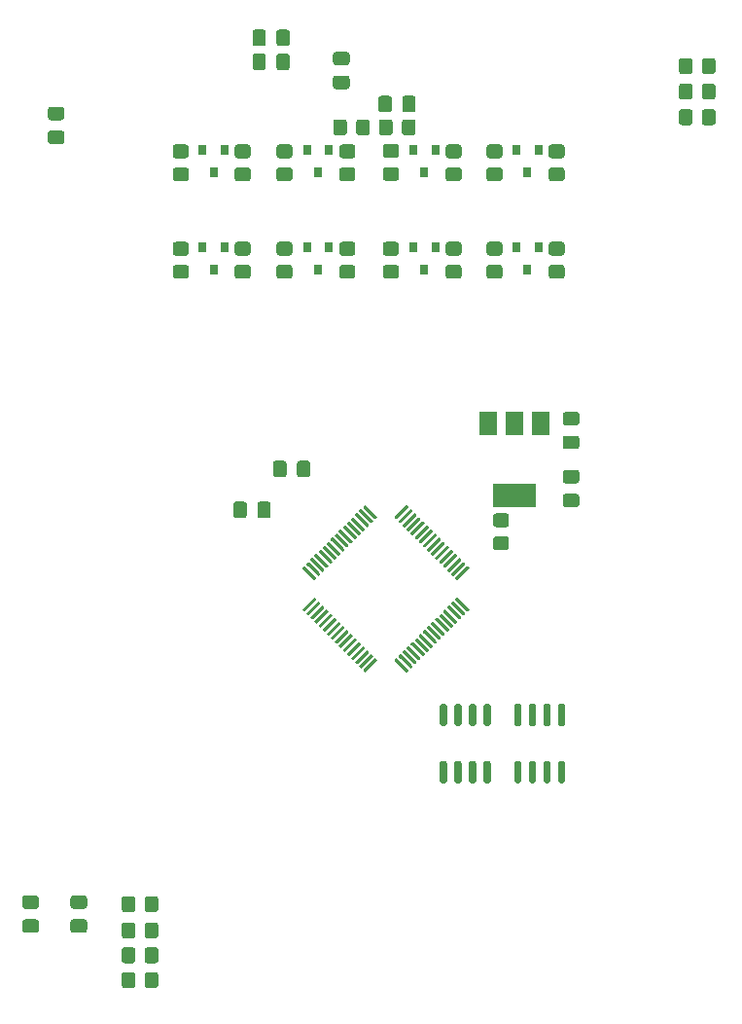
<source format=gbp>
G04 #@! TF.GenerationSoftware,KiCad,Pcbnew,(5.1.10)-1*
G04 #@! TF.CreationDate,2021-09-30T10:00:51+08:00*
G04 #@! TF.ProjectId,internal_mainboard_V2.2,696e7465-726e-4616-9c5f-6d61696e626f,rev?*
G04 #@! TF.SameCoordinates,Original*
G04 #@! TF.FileFunction,Paste,Bot*
G04 #@! TF.FilePolarity,Positive*
%FSLAX46Y46*%
G04 Gerber Fmt 4.6, Leading zero omitted, Abs format (unit mm)*
G04 Created by KiCad (PCBNEW (5.1.10)-1) date 2021-09-30 10:00:51*
%MOMM*%
%LPD*%
G01*
G04 APERTURE LIST*
%ADD10R,0.800000X0.900000*%
%ADD11R,3.800000X2.000000*%
%ADD12R,1.500000X2.000000*%
G04 APERTURE END LIST*
D10*
X219631000Y-53174000D03*
X220581000Y-51174000D03*
X218681000Y-51174000D03*
G36*
G01*
X244544001Y-51924000D02*
X243643999Y-51924000D01*
G75*
G02*
X243394000Y-51674001I0J249999D01*
G01*
X243394000Y-50973999D01*
G75*
G02*
X243643999Y-50724000I249999J0D01*
G01*
X244544001Y-50724000D01*
G75*
G02*
X244794000Y-50973999I0J-249999D01*
G01*
X244794000Y-51674001D01*
G75*
G02*
X244544001Y-51924000I-249999J0D01*
G01*
G37*
G36*
G01*
X244544001Y-53924000D02*
X243643999Y-53924000D01*
G75*
G02*
X243394000Y-53674001I0J249999D01*
G01*
X243394000Y-52973999D01*
G75*
G02*
X243643999Y-52724000I249999J0D01*
G01*
X244544001Y-52724000D01*
G75*
G02*
X244794000Y-52973999I0J-249999D01*
G01*
X244794000Y-53674001D01*
G75*
G02*
X244544001Y-53924000I-249999J0D01*
G01*
G37*
X246967000Y-44703100D03*
X247917000Y-42703100D03*
X246017000Y-42703100D03*
D11*
X245808500Y-72809500D03*
D12*
X245808500Y-66509500D03*
X248108500Y-66509500D03*
X243508500Y-66509500D03*
G36*
G01*
X239499000Y-95861000D02*
X239799000Y-95861000D01*
G75*
G02*
X239949000Y-96011000I0J-150000D01*
G01*
X239949000Y-97661000D01*
G75*
G02*
X239799000Y-97811000I-150000J0D01*
G01*
X239499000Y-97811000D01*
G75*
G02*
X239349000Y-97661000I0J150000D01*
G01*
X239349000Y-96011000D01*
G75*
G02*
X239499000Y-95861000I150000J0D01*
G01*
G37*
G36*
G01*
X240769000Y-95861000D02*
X241069000Y-95861000D01*
G75*
G02*
X241219000Y-96011000I0J-150000D01*
G01*
X241219000Y-97661000D01*
G75*
G02*
X241069000Y-97811000I-150000J0D01*
G01*
X240769000Y-97811000D01*
G75*
G02*
X240619000Y-97661000I0J150000D01*
G01*
X240619000Y-96011000D01*
G75*
G02*
X240769000Y-95861000I150000J0D01*
G01*
G37*
G36*
G01*
X242039000Y-95861000D02*
X242339000Y-95861000D01*
G75*
G02*
X242489000Y-96011000I0J-150000D01*
G01*
X242489000Y-97661000D01*
G75*
G02*
X242339000Y-97811000I-150000J0D01*
G01*
X242039000Y-97811000D01*
G75*
G02*
X241889000Y-97661000I0J150000D01*
G01*
X241889000Y-96011000D01*
G75*
G02*
X242039000Y-95861000I150000J0D01*
G01*
G37*
G36*
G01*
X243309000Y-95861000D02*
X243609000Y-95861000D01*
G75*
G02*
X243759000Y-96011000I0J-150000D01*
G01*
X243759000Y-97661000D01*
G75*
G02*
X243609000Y-97811000I-150000J0D01*
G01*
X243309000Y-97811000D01*
G75*
G02*
X243159000Y-97661000I0J150000D01*
G01*
X243159000Y-96011000D01*
G75*
G02*
X243309000Y-95861000I150000J0D01*
G01*
G37*
G36*
G01*
X243309000Y-90911000D02*
X243609000Y-90911000D01*
G75*
G02*
X243759000Y-91061000I0J-150000D01*
G01*
X243759000Y-92711000D01*
G75*
G02*
X243609000Y-92861000I-150000J0D01*
G01*
X243309000Y-92861000D01*
G75*
G02*
X243159000Y-92711000I0J150000D01*
G01*
X243159000Y-91061000D01*
G75*
G02*
X243309000Y-90911000I150000J0D01*
G01*
G37*
G36*
G01*
X242039000Y-90911000D02*
X242339000Y-90911000D01*
G75*
G02*
X242489000Y-91061000I0J-150000D01*
G01*
X242489000Y-92711000D01*
G75*
G02*
X242339000Y-92861000I-150000J0D01*
G01*
X242039000Y-92861000D01*
G75*
G02*
X241889000Y-92711000I0J150000D01*
G01*
X241889000Y-91061000D01*
G75*
G02*
X242039000Y-90911000I150000J0D01*
G01*
G37*
G36*
G01*
X240769000Y-90911000D02*
X241069000Y-90911000D01*
G75*
G02*
X241219000Y-91061000I0J-150000D01*
G01*
X241219000Y-92711000D01*
G75*
G02*
X241069000Y-92861000I-150000J0D01*
G01*
X240769000Y-92861000D01*
G75*
G02*
X240619000Y-92711000I0J150000D01*
G01*
X240619000Y-91061000D01*
G75*
G02*
X240769000Y-90911000I150000J0D01*
G01*
G37*
G36*
G01*
X239499000Y-90911000D02*
X239799000Y-90911000D01*
G75*
G02*
X239949000Y-91061000I0J-150000D01*
G01*
X239949000Y-92711000D01*
G75*
G02*
X239799000Y-92861000I-150000J0D01*
G01*
X239499000Y-92861000D01*
G75*
G02*
X239349000Y-92711000I0J150000D01*
G01*
X239349000Y-91061000D01*
G75*
G02*
X239499000Y-90911000I150000J0D01*
G01*
G37*
G36*
G01*
X245976000Y-95861000D02*
X246276000Y-95861000D01*
G75*
G02*
X246426000Y-96011000I0J-150000D01*
G01*
X246426000Y-97661000D01*
G75*
G02*
X246276000Y-97811000I-150000J0D01*
G01*
X245976000Y-97811000D01*
G75*
G02*
X245826000Y-97661000I0J150000D01*
G01*
X245826000Y-96011000D01*
G75*
G02*
X245976000Y-95861000I150000J0D01*
G01*
G37*
G36*
G01*
X247246000Y-95861000D02*
X247546000Y-95861000D01*
G75*
G02*
X247696000Y-96011000I0J-150000D01*
G01*
X247696000Y-97661000D01*
G75*
G02*
X247546000Y-97811000I-150000J0D01*
G01*
X247246000Y-97811000D01*
G75*
G02*
X247096000Y-97661000I0J150000D01*
G01*
X247096000Y-96011000D01*
G75*
G02*
X247246000Y-95861000I150000J0D01*
G01*
G37*
G36*
G01*
X248516000Y-95861000D02*
X248816000Y-95861000D01*
G75*
G02*
X248966000Y-96011000I0J-150000D01*
G01*
X248966000Y-97661000D01*
G75*
G02*
X248816000Y-97811000I-150000J0D01*
G01*
X248516000Y-97811000D01*
G75*
G02*
X248366000Y-97661000I0J150000D01*
G01*
X248366000Y-96011000D01*
G75*
G02*
X248516000Y-95861000I150000J0D01*
G01*
G37*
G36*
G01*
X249786000Y-95861000D02*
X250086000Y-95861000D01*
G75*
G02*
X250236000Y-96011000I0J-150000D01*
G01*
X250236000Y-97661000D01*
G75*
G02*
X250086000Y-97811000I-150000J0D01*
G01*
X249786000Y-97811000D01*
G75*
G02*
X249636000Y-97661000I0J150000D01*
G01*
X249636000Y-96011000D01*
G75*
G02*
X249786000Y-95861000I150000J0D01*
G01*
G37*
G36*
G01*
X249786000Y-90911000D02*
X250086000Y-90911000D01*
G75*
G02*
X250236000Y-91061000I0J-150000D01*
G01*
X250236000Y-92711000D01*
G75*
G02*
X250086000Y-92861000I-150000J0D01*
G01*
X249786000Y-92861000D01*
G75*
G02*
X249636000Y-92711000I0J150000D01*
G01*
X249636000Y-91061000D01*
G75*
G02*
X249786000Y-90911000I150000J0D01*
G01*
G37*
G36*
G01*
X248516000Y-90911000D02*
X248816000Y-90911000D01*
G75*
G02*
X248966000Y-91061000I0J-150000D01*
G01*
X248966000Y-92711000D01*
G75*
G02*
X248816000Y-92861000I-150000J0D01*
G01*
X248516000Y-92861000D01*
G75*
G02*
X248366000Y-92711000I0J150000D01*
G01*
X248366000Y-91061000D01*
G75*
G02*
X248516000Y-90911000I150000J0D01*
G01*
G37*
G36*
G01*
X247246000Y-90911000D02*
X247546000Y-90911000D01*
G75*
G02*
X247696000Y-91061000I0J-150000D01*
G01*
X247696000Y-92711000D01*
G75*
G02*
X247546000Y-92861000I-150000J0D01*
G01*
X247246000Y-92861000D01*
G75*
G02*
X247096000Y-92711000I0J150000D01*
G01*
X247096000Y-91061000D01*
G75*
G02*
X247246000Y-90911000I150000J0D01*
G01*
G37*
G36*
G01*
X245976000Y-90911000D02*
X246276000Y-90911000D01*
G75*
G02*
X246426000Y-91061000I0J-150000D01*
G01*
X246426000Y-92711000D01*
G75*
G02*
X246276000Y-92861000I-150000J0D01*
G01*
X245976000Y-92861000D01*
G75*
G02*
X245826000Y-92711000I0J150000D01*
G01*
X245826000Y-91061000D01*
G75*
G02*
X245976000Y-90911000I150000J0D01*
G01*
G37*
G36*
G01*
X227366978Y-82649090D02*
X228356928Y-81659140D01*
G75*
G02*
X228462994Y-81659140I53033J-53033D01*
G01*
X228569060Y-81765206D01*
G75*
G02*
X228569060Y-81871272I-53033J-53033D01*
G01*
X227579110Y-82861222D01*
G75*
G02*
X227473044Y-82861222I-53033J53033D01*
G01*
X227366978Y-82755156D01*
G75*
G02*
X227366978Y-82649090I53033J53033D01*
G01*
G37*
G36*
G01*
X227720531Y-83002643D02*
X228710481Y-82012693D01*
G75*
G02*
X228816547Y-82012693I53033J-53033D01*
G01*
X228922613Y-82118759D01*
G75*
G02*
X228922613Y-82224825I-53033J-53033D01*
G01*
X227932663Y-83214775D01*
G75*
G02*
X227826597Y-83214775I-53033J53033D01*
G01*
X227720531Y-83108709D01*
G75*
G02*
X227720531Y-83002643I53033J53033D01*
G01*
G37*
G36*
G01*
X228074084Y-83356196D02*
X229064034Y-82366246D01*
G75*
G02*
X229170100Y-82366246I53033J-53033D01*
G01*
X229276166Y-82472312D01*
G75*
G02*
X229276166Y-82578378I-53033J-53033D01*
G01*
X228286216Y-83568328D01*
G75*
G02*
X228180150Y-83568328I-53033J53033D01*
G01*
X228074084Y-83462262D01*
G75*
G02*
X228074084Y-83356196I53033J53033D01*
G01*
G37*
G36*
G01*
X228427638Y-83709750D02*
X229417588Y-82719800D01*
G75*
G02*
X229523654Y-82719800I53033J-53033D01*
G01*
X229629720Y-82825866D01*
G75*
G02*
X229629720Y-82931932I-53033J-53033D01*
G01*
X228639770Y-83921882D01*
G75*
G02*
X228533704Y-83921882I-53033J53033D01*
G01*
X228427638Y-83815816D01*
G75*
G02*
X228427638Y-83709750I53033J53033D01*
G01*
G37*
G36*
G01*
X228781191Y-84063303D02*
X229771141Y-83073353D01*
G75*
G02*
X229877207Y-83073353I53033J-53033D01*
G01*
X229983273Y-83179419D01*
G75*
G02*
X229983273Y-83285485I-53033J-53033D01*
G01*
X228993323Y-84275435D01*
G75*
G02*
X228887257Y-84275435I-53033J53033D01*
G01*
X228781191Y-84169369D01*
G75*
G02*
X228781191Y-84063303I53033J53033D01*
G01*
G37*
G36*
G01*
X229134745Y-84416857D02*
X230124695Y-83426907D01*
G75*
G02*
X230230761Y-83426907I53033J-53033D01*
G01*
X230336827Y-83532973D01*
G75*
G02*
X230336827Y-83639039I-53033J-53033D01*
G01*
X229346877Y-84628989D01*
G75*
G02*
X229240811Y-84628989I-53033J53033D01*
G01*
X229134745Y-84522923D01*
G75*
G02*
X229134745Y-84416857I53033J53033D01*
G01*
G37*
G36*
G01*
X229488298Y-84770410D02*
X230478248Y-83780460D01*
G75*
G02*
X230584314Y-83780460I53033J-53033D01*
G01*
X230690380Y-83886526D01*
G75*
G02*
X230690380Y-83992592I-53033J-53033D01*
G01*
X229700430Y-84982542D01*
G75*
G02*
X229594364Y-84982542I-53033J53033D01*
G01*
X229488298Y-84876476D01*
G75*
G02*
X229488298Y-84770410I53033J53033D01*
G01*
G37*
G36*
G01*
X229841851Y-85123963D02*
X230831801Y-84134013D01*
G75*
G02*
X230937867Y-84134013I53033J-53033D01*
G01*
X231043933Y-84240079D01*
G75*
G02*
X231043933Y-84346145I-53033J-53033D01*
G01*
X230053983Y-85336095D01*
G75*
G02*
X229947917Y-85336095I-53033J53033D01*
G01*
X229841851Y-85230029D01*
G75*
G02*
X229841851Y-85123963I53033J53033D01*
G01*
G37*
G36*
G01*
X230195405Y-85477517D02*
X231185355Y-84487567D01*
G75*
G02*
X231291421Y-84487567I53033J-53033D01*
G01*
X231397487Y-84593633D01*
G75*
G02*
X231397487Y-84699699I-53033J-53033D01*
G01*
X230407537Y-85689649D01*
G75*
G02*
X230301471Y-85689649I-53033J53033D01*
G01*
X230195405Y-85583583D01*
G75*
G02*
X230195405Y-85477517I53033J53033D01*
G01*
G37*
G36*
G01*
X230548958Y-85831070D02*
X231538908Y-84841120D01*
G75*
G02*
X231644974Y-84841120I53033J-53033D01*
G01*
X231751040Y-84947186D01*
G75*
G02*
X231751040Y-85053252I-53033J-53033D01*
G01*
X230761090Y-86043202D01*
G75*
G02*
X230655024Y-86043202I-53033J53033D01*
G01*
X230548958Y-85937136D01*
G75*
G02*
X230548958Y-85831070I53033J53033D01*
G01*
G37*
G36*
G01*
X230902511Y-86184623D02*
X231892461Y-85194673D01*
G75*
G02*
X231998527Y-85194673I53033J-53033D01*
G01*
X232104593Y-85300739D01*
G75*
G02*
X232104593Y-85406805I-53033J-53033D01*
G01*
X231114643Y-86396755D01*
G75*
G02*
X231008577Y-86396755I-53033J53033D01*
G01*
X230902511Y-86290689D01*
G75*
G02*
X230902511Y-86184623I53033J53033D01*
G01*
G37*
G36*
G01*
X231256065Y-86538177D02*
X232246015Y-85548227D01*
G75*
G02*
X232352081Y-85548227I53033J-53033D01*
G01*
X232458147Y-85654293D01*
G75*
G02*
X232458147Y-85760359I-53033J-53033D01*
G01*
X231468197Y-86750309D01*
G75*
G02*
X231362131Y-86750309I-53033J53033D01*
G01*
X231256065Y-86644243D01*
G75*
G02*
X231256065Y-86538177I53033J53033D01*
G01*
G37*
G36*
G01*
X231609618Y-86891730D02*
X232599568Y-85901780D01*
G75*
G02*
X232705634Y-85901780I53033J-53033D01*
G01*
X232811700Y-86007846D01*
G75*
G02*
X232811700Y-86113912I-53033J-53033D01*
G01*
X231821750Y-87103862D01*
G75*
G02*
X231715684Y-87103862I-53033J53033D01*
G01*
X231609618Y-86997796D01*
G75*
G02*
X231609618Y-86891730I53033J53033D01*
G01*
G37*
G36*
G01*
X231963172Y-87245284D02*
X232953122Y-86255334D01*
G75*
G02*
X233059188Y-86255334I53033J-53033D01*
G01*
X233165254Y-86361400D01*
G75*
G02*
X233165254Y-86467466I-53033J-53033D01*
G01*
X232175304Y-87457416D01*
G75*
G02*
X232069238Y-87457416I-53033J53033D01*
G01*
X231963172Y-87351350D01*
G75*
G02*
X231963172Y-87245284I53033J53033D01*
G01*
G37*
G36*
G01*
X232316725Y-87598837D02*
X233306675Y-86608887D01*
G75*
G02*
X233412741Y-86608887I53033J-53033D01*
G01*
X233518807Y-86714953D01*
G75*
G02*
X233518807Y-86821019I-53033J-53033D01*
G01*
X232528857Y-87810969D01*
G75*
G02*
X232422791Y-87810969I-53033J53033D01*
G01*
X232316725Y-87704903D01*
G75*
G02*
X232316725Y-87598837I53033J53033D01*
G01*
G37*
G36*
G01*
X232670278Y-87952390D02*
X233660228Y-86962440D01*
G75*
G02*
X233766294Y-86962440I53033J-53033D01*
G01*
X233872360Y-87068506D01*
G75*
G02*
X233872360Y-87174572I-53033J-53033D01*
G01*
X232882410Y-88164522D01*
G75*
G02*
X232776344Y-88164522I-53033J53033D01*
G01*
X232670278Y-88058456D01*
G75*
G02*
X232670278Y-87952390I53033J53033D01*
G01*
G37*
G36*
G01*
X235392640Y-87068506D02*
X235498706Y-86962440D01*
G75*
G02*
X235604772Y-86962440I53033J-53033D01*
G01*
X236594722Y-87952390D01*
G75*
G02*
X236594722Y-88058456I-53033J-53033D01*
G01*
X236488656Y-88164522D01*
G75*
G02*
X236382590Y-88164522I-53033J53033D01*
G01*
X235392640Y-87174572D01*
G75*
G02*
X235392640Y-87068506I53033J53033D01*
G01*
G37*
G36*
G01*
X235746193Y-86714953D02*
X235852259Y-86608887D01*
G75*
G02*
X235958325Y-86608887I53033J-53033D01*
G01*
X236948275Y-87598837D01*
G75*
G02*
X236948275Y-87704903I-53033J-53033D01*
G01*
X236842209Y-87810969D01*
G75*
G02*
X236736143Y-87810969I-53033J53033D01*
G01*
X235746193Y-86821019D01*
G75*
G02*
X235746193Y-86714953I53033J53033D01*
G01*
G37*
G36*
G01*
X236099746Y-86361400D02*
X236205812Y-86255334D01*
G75*
G02*
X236311878Y-86255334I53033J-53033D01*
G01*
X237301828Y-87245284D01*
G75*
G02*
X237301828Y-87351350I-53033J-53033D01*
G01*
X237195762Y-87457416D01*
G75*
G02*
X237089696Y-87457416I-53033J53033D01*
G01*
X236099746Y-86467466D01*
G75*
G02*
X236099746Y-86361400I53033J53033D01*
G01*
G37*
G36*
G01*
X236453300Y-86007846D02*
X236559366Y-85901780D01*
G75*
G02*
X236665432Y-85901780I53033J-53033D01*
G01*
X237655382Y-86891730D01*
G75*
G02*
X237655382Y-86997796I-53033J-53033D01*
G01*
X237549316Y-87103862D01*
G75*
G02*
X237443250Y-87103862I-53033J53033D01*
G01*
X236453300Y-86113912D01*
G75*
G02*
X236453300Y-86007846I53033J53033D01*
G01*
G37*
G36*
G01*
X236806853Y-85654293D02*
X236912919Y-85548227D01*
G75*
G02*
X237018985Y-85548227I53033J-53033D01*
G01*
X238008935Y-86538177D01*
G75*
G02*
X238008935Y-86644243I-53033J-53033D01*
G01*
X237902869Y-86750309D01*
G75*
G02*
X237796803Y-86750309I-53033J53033D01*
G01*
X236806853Y-85760359D01*
G75*
G02*
X236806853Y-85654293I53033J53033D01*
G01*
G37*
G36*
G01*
X237160407Y-85300739D02*
X237266473Y-85194673D01*
G75*
G02*
X237372539Y-85194673I53033J-53033D01*
G01*
X238362489Y-86184623D01*
G75*
G02*
X238362489Y-86290689I-53033J-53033D01*
G01*
X238256423Y-86396755D01*
G75*
G02*
X238150357Y-86396755I-53033J53033D01*
G01*
X237160407Y-85406805D01*
G75*
G02*
X237160407Y-85300739I53033J53033D01*
G01*
G37*
G36*
G01*
X237513960Y-84947186D02*
X237620026Y-84841120D01*
G75*
G02*
X237726092Y-84841120I53033J-53033D01*
G01*
X238716042Y-85831070D01*
G75*
G02*
X238716042Y-85937136I-53033J-53033D01*
G01*
X238609976Y-86043202D01*
G75*
G02*
X238503910Y-86043202I-53033J53033D01*
G01*
X237513960Y-85053252D01*
G75*
G02*
X237513960Y-84947186I53033J53033D01*
G01*
G37*
G36*
G01*
X237867513Y-84593633D02*
X237973579Y-84487567D01*
G75*
G02*
X238079645Y-84487567I53033J-53033D01*
G01*
X239069595Y-85477517D01*
G75*
G02*
X239069595Y-85583583I-53033J-53033D01*
G01*
X238963529Y-85689649D01*
G75*
G02*
X238857463Y-85689649I-53033J53033D01*
G01*
X237867513Y-84699699D01*
G75*
G02*
X237867513Y-84593633I53033J53033D01*
G01*
G37*
G36*
G01*
X238221067Y-84240079D02*
X238327133Y-84134013D01*
G75*
G02*
X238433199Y-84134013I53033J-53033D01*
G01*
X239423149Y-85123963D01*
G75*
G02*
X239423149Y-85230029I-53033J-53033D01*
G01*
X239317083Y-85336095D01*
G75*
G02*
X239211017Y-85336095I-53033J53033D01*
G01*
X238221067Y-84346145D01*
G75*
G02*
X238221067Y-84240079I53033J53033D01*
G01*
G37*
G36*
G01*
X238574620Y-83886526D02*
X238680686Y-83780460D01*
G75*
G02*
X238786752Y-83780460I53033J-53033D01*
G01*
X239776702Y-84770410D01*
G75*
G02*
X239776702Y-84876476I-53033J-53033D01*
G01*
X239670636Y-84982542D01*
G75*
G02*
X239564570Y-84982542I-53033J53033D01*
G01*
X238574620Y-83992592D01*
G75*
G02*
X238574620Y-83886526I53033J53033D01*
G01*
G37*
G36*
G01*
X238928173Y-83532973D02*
X239034239Y-83426907D01*
G75*
G02*
X239140305Y-83426907I53033J-53033D01*
G01*
X240130255Y-84416857D01*
G75*
G02*
X240130255Y-84522923I-53033J-53033D01*
G01*
X240024189Y-84628989D01*
G75*
G02*
X239918123Y-84628989I-53033J53033D01*
G01*
X238928173Y-83639039D01*
G75*
G02*
X238928173Y-83532973I53033J53033D01*
G01*
G37*
G36*
G01*
X239281727Y-83179419D02*
X239387793Y-83073353D01*
G75*
G02*
X239493859Y-83073353I53033J-53033D01*
G01*
X240483809Y-84063303D01*
G75*
G02*
X240483809Y-84169369I-53033J-53033D01*
G01*
X240377743Y-84275435D01*
G75*
G02*
X240271677Y-84275435I-53033J53033D01*
G01*
X239281727Y-83285485D01*
G75*
G02*
X239281727Y-83179419I53033J53033D01*
G01*
G37*
G36*
G01*
X239635280Y-82825866D02*
X239741346Y-82719800D01*
G75*
G02*
X239847412Y-82719800I53033J-53033D01*
G01*
X240837362Y-83709750D01*
G75*
G02*
X240837362Y-83815816I-53033J-53033D01*
G01*
X240731296Y-83921882D01*
G75*
G02*
X240625230Y-83921882I-53033J53033D01*
G01*
X239635280Y-82931932D01*
G75*
G02*
X239635280Y-82825866I53033J53033D01*
G01*
G37*
G36*
G01*
X239988834Y-82472312D02*
X240094900Y-82366246D01*
G75*
G02*
X240200966Y-82366246I53033J-53033D01*
G01*
X241190916Y-83356196D01*
G75*
G02*
X241190916Y-83462262I-53033J-53033D01*
G01*
X241084850Y-83568328D01*
G75*
G02*
X240978784Y-83568328I-53033J53033D01*
G01*
X239988834Y-82578378D01*
G75*
G02*
X239988834Y-82472312I53033J53033D01*
G01*
G37*
G36*
G01*
X240342387Y-82118759D02*
X240448453Y-82012693D01*
G75*
G02*
X240554519Y-82012693I53033J-53033D01*
G01*
X241544469Y-83002643D01*
G75*
G02*
X241544469Y-83108709I-53033J-53033D01*
G01*
X241438403Y-83214775D01*
G75*
G02*
X241332337Y-83214775I-53033J53033D01*
G01*
X240342387Y-82224825D01*
G75*
G02*
X240342387Y-82118759I53033J53033D01*
G01*
G37*
G36*
G01*
X240695940Y-81765206D02*
X240802006Y-81659140D01*
G75*
G02*
X240908072Y-81659140I53033J-53033D01*
G01*
X241898022Y-82649090D01*
G75*
G02*
X241898022Y-82755156I-53033J-53033D01*
G01*
X241791956Y-82861222D01*
G75*
G02*
X241685890Y-82861222I-53033J53033D01*
G01*
X240695940Y-81871272D01*
G75*
G02*
X240695940Y-81765206I53033J53033D01*
G01*
G37*
G36*
G01*
X240695940Y-79926728D02*
X241685890Y-78936778D01*
G75*
G02*
X241791956Y-78936778I53033J-53033D01*
G01*
X241898022Y-79042844D01*
G75*
G02*
X241898022Y-79148910I-53033J-53033D01*
G01*
X240908072Y-80138860D01*
G75*
G02*
X240802006Y-80138860I-53033J53033D01*
G01*
X240695940Y-80032794D01*
G75*
G02*
X240695940Y-79926728I53033J53033D01*
G01*
G37*
G36*
G01*
X240342387Y-79573175D02*
X241332337Y-78583225D01*
G75*
G02*
X241438403Y-78583225I53033J-53033D01*
G01*
X241544469Y-78689291D01*
G75*
G02*
X241544469Y-78795357I-53033J-53033D01*
G01*
X240554519Y-79785307D01*
G75*
G02*
X240448453Y-79785307I-53033J53033D01*
G01*
X240342387Y-79679241D01*
G75*
G02*
X240342387Y-79573175I53033J53033D01*
G01*
G37*
G36*
G01*
X239988834Y-79219622D02*
X240978784Y-78229672D01*
G75*
G02*
X241084850Y-78229672I53033J-53033D01*
G01*
X241190916Y-78335738D01*
G75*
G02*
X241190916Y-78441804I-53033J-53033D01*
G01*
X240200966Y-79431754D01*
G75*
G02*
X240094900Y-79431754I-53033J53033D01*
G01*
X239988834Y-79325688D01*
G75*
G02*
X239988834Y-79219622I53033J53033D01*
G01*
G37*
G36*
G01*
X239635280Y-78866068D02*
X240625230Y-77876118D01*
G75*
G02*
X240731296Y-77876118I53033J-53033D01*
G01*
X240837362Y-77982184D01*
G75*
G02*
X240837362Y-78088250I-53033J-53033D01*
G01*
X239847412Y-79078200D01*
G75*
G02*
X239741346Y-79078200I-53033J53033D01*
G01*
X239635280Y-78972134D01*
G75*
G02*
X239635280Y-78866068I53033J53033D01*
G01*
G37*
G36*
G01*
X239281727Y-78512515D02*
X240271677Y-77522565D01*
G75*
G02*
X240377743Y-77522565I53033J-53033D01*
G01*
X240483809Y-77628631D01*
G75*
G02*
X240483809Y-77734697I-53033J-53033D01*
G01*
X239493859Y-78724647D01*
G75*
G02*
X239387793Y-78724647I-53033J53033D01*
G01*
X239281727Y-78618581D01*
G75*
G02*
X239281727Y-78512515I53033J53033D01*
G01*
G37*
G36*
G01*
X238928173Y-78158961D02*
X239918123Y-77169011D01*
G75*
G02*
X240024189Y-77169011I53033J-53033D01*
G01*
X240130255Y-77275077D01*
G75*
G02*
X240130255Y-77381143I-53033J-53033D01*
G01*
X239140305Y-78371093D01*
G75*
G02*
X239034239Y-78371093I-53033J53033D01*
G01*
X238928173Y-78265027D01*
G75*
G02*
X238928173Y-78158961I53033J53033D01*
G01*
G37*
G36*
G01*
X238574620Y-77805408D02*
X239564570Y-76815458D01*
G75*
G02*
X239670636Y-76815458I53033J-53033D01*
G01*
X239776702Y-76921524D01*
G75*
G02*
X239776702Y-77027590I-53033J-53033D01*
G01*
X238786752Y-78017540D01*
G75*
G02*
X238680686Y-78017540I-53033J53033D01*
G01*
X238574620Y-77911474D01*
G75*
G02*
X238574620Y-77805408I53033J53033D01*
G01*
G37*
G36*
G01*
X238221067Y-77451855D02*
X239211017Y-76461905D01*
G75*
G02*
X239317083Y-76461905I53033J-53033D01*
G01*
X239423149Y-76567971D01*
G75*
G02*
X239423149Y-76674037I-53033J-53033D01*
G01*
X238433199Y-77663987D01*
G75*
G02*
X238327133Y-77663987I-53033J53033D01*
G01*
X238221067Y-77557921D01*
G75*
G02*
X238221067Y-77451855I53033J53033D01*
G01*
G37*
G36*
G01*
X237867513Y-77098301D02*
X238857463Y-76108351D01*
G75*
G02*
X238963529Y-76108351I53033J-53033D01*
G01*
X239069595Y-76214417D01*
G75*
G02*
X239069595Y-76320483I-53033J-53033D01*
G01*
X238079645Y-77310433D01*
G75*
G02*
X237973579Y-77310433I-53033J53033D01*
G01*
X237867513Y-77204367D01*
G75*
G02*
X237867513Y-77098301I53033J53033D01*
G01*
G37*
G36*
G01*
X237513960Y-76744748D02*
X238503910Y-75754798D01*
G75*
G02*
X238609976Y-75754798I53033J-53033D01*
G01*
X238716042Y-75860864D01*
G75*
G02*
X238716042Y-75966930I-53033J-53033D01*
G01*
X237726092Y-76956880D01*
G75*
G02*
X237620026Y-76956880I-53033J53033D01*
G01*
X237513960Y-76850814D01*
G75*
G02*
X237513960Y-76744748I53033J53033D01*
G01*
G37*
G36*
G01*
X237160407Y-76391195D02*
X238150357Y-75401245D01*
G75*
G02*
X238256423Y-75401245I53033J-53033D01*
G01*
X238362489Y-75507311D01*
G75*
G02*
X238362489Y-75613377I-53033J-53033D01*
G01*
X237372539Y-76603327D01*
G75*
G02*
X237266473Y-76603327I-53033J53033D01*
G01*
X237160407Y-76497261D01*
G75*
G02*
X237160407Y-76391195I53033J53033D01*
G01*
G37*
G36*
G01*
X236806853Y-76037641D02*
X237796803Y-75047691D01*
G75*
G02*
X237902869Y-75047691I53033J-53033D01*
G01*
X238008935Y-75153757D01*
G75*
G02*
X238008935Y-75259823I-53033J-53033D01*
G01*
X237018985Y-76249773D01*
G75*
G02*
X236912919Y-76249773I-53033J53033D01*
G01*
X236806853Y-76143707D01*
G75*
G02*
X236806853Y-76037641I53033J53033D01*
G01*
G37*
G36*
G01*
X236453300Y-75684088D02*
X237443250Y-74694138D01*
G75*
G02*
X237549316Y-74694138I53033J-53033D01*
G01*
X237655382Y-74800204D01*
G75*
G02*
X237655382Y-74906270I-53033J-53033D01*
G01*
X236665432Y-75896220D01*
G75*
G02*
X236559366Y-75896220I-53033J53033D01*
G01*
X236453300Y-75790154D01*
G75*
G02*
X236453300Y-75684088I53033J53033D01*
G01*
G37*
G36*
G01*
X236099746Y-75330534D02*
X237089696Y-74340584D01*
G75*
G02*
X237195762Y-74340584I53033J-53033D01*
G01*
X237301828Y-74446650D01*
G75*
G02*
X237301828Y-74552716I-53033J-53033D01*
G01*
X236311878Y-75542666D01*
G75*
G02*
X236205812Y-75542666I-53033J53033D01*
G01*
X236099746Y-75436600D01*
G75*
G02*
X236099746Y-75330534I53033J53033D01*
G01*
G37*
G36*
G01*
X235746193Y-74976981D02*
X236736143Y-73987031D01*
G75*
G02*
X236842209Y-73987031I53033J-53033D01*
G01*
X236948275Y-74093097D01*
G75*
G02*
X236948275Y-74199163I-53033J-53033D01*
G01*
X235958325Y-75189113D01*
G75*
G02*
X235852259Y-75189113I-53033J53033D01*
G01*
X235746193Y-75083047D01*
G75*
G02*
X235746193Y-74976981I53033J53033D01*
G01*
G37*
G36*
G01*
X235392640Y-74623428D02*
X236382590Y-73633478D01*
G75*
G02*
X236488656Y-73633478I53033J-53033D01*
G01*
X236594722Y-73739544D01*
G75*
G02*
X236594722Y-73845610I-53033J-53033D01*
G01*
X235604772Y-74835560D01*
G75*
G02*
X235498706Y-74835560I-53033J53033D01*
G01*
X235392640Y-74729494D01*
G75*
G02*
X235392640Y-74623428I53033J53033D01*
G01*
G37*
G36*
G01*
X232670278Y-73739544D02*
X232776344Y-73633478D01*
G75*
G02*
X232882410Y-73633478I53033J-53033D01*
G01*
X233872360Y-74623428D01*
G75*
G02*
X233872360Y-74729494I-53033J-53033D01*
G01*
X233766294Y-74835560D01*
G75*
G02*
X233660228Y-74835560I-53033J53033D01*
G01*
X232670278Y-73845610D01*
G75*
G02*
X232670278Y-73739544I53033J53033D01*
G01*
G37*
G36*
G01*
X232316725Y-74093097D02*
X232422791Y-73987031D01*
G75*
G02*
X232528857Y-73987031I53033J-53033D01*
G01*
X233518807Y-74976981D01*
G75*
G02*
X233518807Y-75083047I-53033J-53033D01*
G01*
X233412741Y-75189113D01*
G75*
G02*
X233306675Y-75189113I-53033J53033D01*
G01*
X232316725Y-74199163D01*
G75*
G02*
X232316725Y-74093097I53033J53033D01*
G01*
G37*
G36*
G01*
X231963172Y-74446650D02*
X232069238Y-74340584D01*
G75*
G02*
X232175304Y-74340584I53033J-53033D01*
G01*
X233165254Y-75330534D01*
G75*
G02*
X233165254Y-75436600I-53033J-53033D01*
G01*
X233059188Y-75542666D01*
G75*
G02*
X232953122Y-75542666I-53033J53033D01*
G01*
X231963172Y-74552716D01*
G75*
G02*
X231963172Y-74446650I53033J53033D01*
G01*
G37*
G36*
G01*
X231609618Y-74800204D02*
X231715684Y-74694138D01*
G75*
G02*
X231821750Y-74694138I53033J-53033D01*
G01*
X232811700Y-75684088D01*
G75*
G02*
X232811700Y-75790154I-53033J-53033D01*
G01*
X232705634Y-75896220D01*
G75*
G02*
X232599568Y-75896220I-53033J53033D01*
G01*
X231609618Y-74906270D01*
G75*
G02*
X231609618Y-74800204I53033J53033D01*
G01*
G37*
G36*
G01*
X231256065Y-75153757D02*
X231362131Y-75047691D01*
G75*
G02*
X231468197Y-75047691I53033J-53033D01*
G01*
X232458147Y-76037641D01*
G75*
G02*
X232458147Y-76143707I-53033J-53033D01*
G01*
X232352081Y-76249773D01*
G75*
G02*
X232246015Y-76249773I-53033J53033D01*
G01*
X231256065Y-75259823D01*
G75*
G02*
X231256065Y-75153757I53033J53033D01*
G01*
G37*
G36*
G01*
X230902511Y-75507311D02*
X231008577Y-75401245D01*
G75*
G02*
X231114643Y-75401245I53033J-53033D01*
G01*
X232104593Y-76391195D01*
G75*
G02*
X232104593Y-76497261I-53033J-53033D01*
G01*
X231998527Y-76603327D01*
G75*
G02*
X231892461Y-76603327I-53033J53033D01*
G01*
X230902511Y-75613377D01*
G75*
G02*
X230902511Y-75507311I53033J53033D01*
G01*
G37*
G36*
G01*
X230548958Y-75860864D02*
X230655024Y-75754798D01*
G75*
G02*
X230761090Y-75754798I53033J-53033D01*
G01*
X231751040Y-76744748D01*
G75*
G02*
X231751040Y-76850814I-53033J-53033D01*
G01*
X231644974Y-76956880D01*
G75*
G02*
X231538908Y-76956880I-53033J53033D01*
G01*
X230548958Y-75966930D01*
G75*
G02*
X230548958Y-75860864I53033J53033D01*
G01*
G37*
G36*
G01*
X230195405Y-76214417D02*
X230301471Y-76108351D01*
G75*
G02*
X230407537Y-76108351I53033J-53033D01*
G01*
X231397487Y-77098301D01*
G75*
G02*
X231397487Y-77204367I-53033J-53033D01*
G01*
X231291421Y-77310433D01*
G75*
G02*
X231185355Y-77310433I-53033J53033D01*
G01*
X230195405Y-76320483D01*
G75*
G02*
X230195405Y-76214417I53033J53033D01*
G01*
G37*
G36*
G01*
X229841851Y-76567971D02*
X229947917Y-76461905D01*
G75*
G02*
X230053983Y-76461905I53033J-53033D01*
G01*
X231043933Y-77451855D01*
G75*
G02*
X231043933Y-77557921I-53033J-53033D01*
G01*
X230937867Y-77663987D01*
G75*
G02*
X230831801Y-77663987I-53033J53033D01*
G01*
X229841851Y-76674037D01*
G75*
G02*
X229841851Y-76567971I53033J53033D01*
G01*
G37*
G36*
G01*
X229488298Y-76921524D02*
X229594364Y-76815458D01*
G75*
G02*
X229700430Y-76815458I53033J-53033D01*
G01*
X230690380Y-77805408D01*
G75*
G02*
X230690380Y-77911474I-53033J-53033D01*
G01*
X230584314Y-78017540D01*
G75*
G02*
X230478248Y-78017540I-53033J53033D01*
G01*
X229488298Y-77027590D01*
G75*
G02*
X229488298Y-76921524I53033J53033D01*
G01*
G37*
G36*
G01*
X229134745Y-77275077D02*
X229240811Y-77169011D01*
G75*
G02*
X229346877Y-77169011I53033J-53033D01*
G01*
X230336827Y-78158961D01*
G75*
G02*
X230336827Y-78265027I-53033J-53033D01*
G01*
X230230761Y-78371093D01*
G75*
G02*
X230124695Y-78371093I-53033J53033D01*
G01*
X229134745Y-77381143D01*
G75*
G02*
X229134745Y-77275077I53033J53033D01*
G01*
G37*
G36*
G01*
X228781191Y-77628631D02*
X228887257Y-77522565D01*
G75*
G02*
X228993323Y-77522565I53033J-53033D01*
G01*
X229983273Y-78512515D01*
G75*
G02*
X229983273Y-78618581I-53033J-53033D01*
G01*
X229877207Y-78724647D01*
G75*
G02*
X229771141Y-78724647I-53033J53033D01*
G01*
X228781191Y-77734697D01*
G75*
G02*
X228781191Y-77628631I53033J53033D01*
G01*
G37*
G36*
G01*
X228427638Y-77982184D02*
X228533704Y-77876118D01*
G75*
G02*
X228639770Y-77876118I53033J-53033D01*
G01*
X229629720Y-78866068D01*
G75*
G02*
X229629720Y-78972134I-53033J-53033D01*
G01*
X229523654Y-79078200D01*
G75*
G02*
X229417588Y-79078200I-53033J53033D01*
G01*
X228427638Y-78088250D01*
G75*
G02*
X228427638Y-77982184I53033J53033D01*
G01*
G37*
G36*
G01*
X228074084Y-78335738D02*
X228180150Y-78229672D01*
G75*
G02*
X228286216Y-78229672I53033J-53033D01*
G01*
X229276166Y-79219622D01*
G75*
G02*
X229276166Y-79325688I-53033J-53033D01*
G01*
X229170100Y-79431754D01*
G75*
G02*
X229064034Y-79431754I-53033J53033D01*
G01*
X228074084Y-78441804D01*
G75*
G02*
X228074084Y-78335738I53033J53033D01*
G01*
G37*
G36*
G01*
X227720531Y-78689291D02*
X227826597Y-78583225D01*
G75*
G02*
X227932663Y-78583225I53033J-53033D01*
G01*
X228922613Y-79573175D01*
G75*
G02*
X228922613Y-79679241I-53033J-53033D01*
G01*
X228816547Y-79785307D01*
G75*
G02*
X228710481Y-79785307I-53033J53033D01*
G01*
X227720531Y-78795357D01*
G75*
G02*
X227720531Y-78689291I53033J53033D01*
G01*
G37*
G36*
G01*
X227366978Y-79042844D02*
X227473044Y-78936778D01*
G75*
G02*
X227579110Y-78936778I53033J-53033D01*
G01*
X228569060Y-79926728D01*
G75*
G02*
X228569060Y-80032794I-53033J-53033D01*
G01*
X228462994Y-80138860D01*
G75*
G02*
X228356928Y-80138860I-53033J53033D01*
G01*
X227366978Y-79148910D01*
G75*
G02*
X227366978Y-79042844I53033J53033D01*
G01*
G37*
G36*
G01*
X222621001Y-43453100D02*
X221720999Y-43453100D01*
G75*
G02*
X221471000Y-43203101I0J249999D01*
G01*
X221471000Y-42503099D01*
G75*
G02*
X221720999Y-42253100I249999J0D01*
G01*
X222621001Y-42253100D01*
G75*
G02*
X222871000Y-42503099I0J-249999D01*
G01*
X222871000Y-43203101D01*
G75*
G02*
X222621001Y-43453100I-249999J0D01*
G01*
G37*
G36*
G01*
X222621001Y-45453100D02*
X221720999Y-45453100D01*
G75*
G02*
X221471000Y-45203101I0J249999D01*
G01*
X221471000Y-44503099D01*
G75*
G02*
X221720999Y-44253100I249999J0D01*
G01*
X222621001Y-44253100D01*
G75*
G02*
X222871000Y-44503099I0J-249999D01*
G01*
X222871000Y-45203101D01*
G75*
G02*
X222621001Y-45453100I-249999J0D01*
G01*
G37*
G36*
G01*
X249957001Y-51924000D02*
X249056999Y-51924000D01*
G75*
G02*
X248807000Y-51674001I0J249999D01*
G01*
X248807000Y-50973999D01*
G75*
G02*
X249056999Y-50724000I249999J0D01*
G01*
X249957001Y-50724000D01*
G75*
G02*
X250207000Y-50973999I0J-249999D01*
G01*
X250207000Y-51674001D01*
G75*
G02*
X249957001Y-51924000I-249999J0D01*
G01*
G37*
G36*
G01*
X249957001Y-53924000D02*
X249056999Y-53924000D01*
G75*
G02*
X248807000Y-53674001I0J249999D01*
G01*
X248807000Y-52973999D01*
G75*
G02*
X249056999Y-52724000I249999J0D01*
G01*
X249957001Y-52724000D01*
G75*
G02*
X250207000Y-52973999I0J-249999D01*
G01*
X250207000Y-53674001D01*
G75*
G02*
X249957001Y-53924000I-249999J0D01*
G01*
G37*
G36*
G01*
X217239001Y-43453100D02*
X216338999Y-43453100D01*
G75*
G02*
X216089000Y-43203101I0J249999D01*
G01*
X216089000Y-42503099D01*
G75*
G02*
X216338999Y-42253100I249999J0D01*
G01*
X217239001Y-42253100D01*
G75*
G02*
X217489000Y-42503099I0J-249999D01*
G01*
X217489000Y-43203101D01*
G75*
G02*
X217239001Y-43453100I-249999J0D01*
G01*
G37*
G36*
G01*
X217239001Y-45453100D02*
X216338999Y-45453100D01*
G75*
G02*
X216089000Y-45203101I0J249999D01*
G01*
X216089000Y-44503099D01*
G75*
G02*
X216338999Y-44253100I249999J0D01*
G01*
X217239001Y-44253100D01*
G75*
G02*
X217489000Y-44503099I0J-249999D01*
G01*
X217489000Y-45203101D01*
G75*
G02*
X217239001Y-45453100I-249999J0D01*
G01*
G37*
G36*
G01*
X222621001Y-51924000D02*
X221720999Y-51924000D01*
G75*
G02*
X221471000Y-51674001I0J249999D01*
G01*
X221471000Y-50973999D01*
G75*
G02*
X221720999Y-50724000I249999J0D01*
G01*
X222621001Y-50724000D01*
G75*
G02*
X222871000Y-50973999I0J-249999D01*
G01*
X222871000Y-51674001D01*
G75*
G02*
X222621001Y-51924000I-249999J0D01*
G01*
G37*
G36*
G01*
X222621001Y-53924000D02*
X221720999Y-53924000D01*
G75*
G02*
X221471000Y-53674001I0J249999D01*
G01*
X221471000Y-52973999D01*
G75*
G02*
X221720999Y-52724000I249999J0D01*
G01*
X222621001Y-52724000D01*
G75*
G02*
X222871000Y-52973999I0J-249999D01*
G01*
X222871000Y-53674001D01*
G75*
G02*
X222621001Y-53924000I-249999J0D01*
G01*
G37*
G36*
G01*
X231733001Y-43453100D02*
X230832999Y-43453100D01*
G75*
G02*
X230583000Y-43203101I0J249999D01*
G01*
X230583000Y-42503099D01*
G75*
G02*
X230832999Y-42253100I249999J0D01*
G01*
X231733001Y-42253100D01*
G75*
G02*
X231983000Y-42503099I0J-249999D01*
G01*
X231983000Y-43203101D01*
G75*
G02*
X231733001Y-43453100I-249999J0D01*
G01*
G37*
G36*
G01*
X231733001Y-45453100D02*
X230832999Y-45453100D01*
G75*
G02*
X230583000Y-45203101I0J249999D01*
G01*
X230583000Y-44503099D01*
G75*
G02*
X230832999Y-44253100I249999J0D01*
G01*
X231733001Y-44253100D01*
G75*
G02*
X231983000Y-44503099I0J-249999D01*
G01*
X231983000Y-45203101D01*
G75*
G02*
X231733001Y-45453100I-249999J0D01*
G01*
G37*
G36*
G01*
X217239001Y-51924000D02*
X216338999Y-51924000D01*
G75*
G02*
X216089000Y-51674001I0J249999D01*
G01*
X216089000Y-50973999D01*
G75*
G02*
X216338999Y-50724000I249999J0D01*
G01*
X217239001Y-50724000D01*
G75*
G02*
X217489000Y-50973999I0J-249999D01*
G01*
X217489000Y-51674001D01*
G75*
G02*
X217239001Y-51924000I-249999J0D01*
G01*
G37*
G36*
G01*
X217239001Y-53924000D02*
X216338999Y-53924000D01*
G75*
G02*
X216089000Y-53674001I0J249999D01*
G01*
X216089000Y-52973999D01*
G75*
G02*
X216338999Y-52724000I249999J0D01*
G01*
X217239001Y-52724000D01*
G75*
G02*
X217489000Y-52973999I0J-249999D01*
G01*
X217489000Y-53674001D01*
G75*
G02*
X217239001Y-53924000I-249999J0D01*
G01*
G37*
G36*
G01*
X226256001Y-43453100D02*
X225355999Y-43453100D01*
G75*
G02*
X225106000Y-43203101I0J249999D01*
G01*
X225106000Y-42503099D01*
G75*
G02*
X225355999Y-42253100I249999J0D01*
G01*
X226256001Y-42253100D01*
G75*
G02*
X226506000Y-42503099I0J-249999D01*
G01*
X226506000Y-43203101D01*
G75*
G02*
X226256001Y-43453100I-249999J0D01*
G01*
G37*
G36*
G01*
X226256001Y-45453100D02*
X225355999Y-45453100D01*
G75*
G02*
X225106000Y-45203101I0J249999D01*
G01*
X225106000Y-44503099D01*
G75*
G02*
X225355999Y-44253100I249999J0D01*
G01*
X226256001Y-44253100D01*
G75*
G02*
X226506000Y-44503099I0J-249999D01*
G01*
X226506000Y-45203101D01*
G75*
G02*
X226256001Y-45453100I-249999J0D01*
G01*
G37*
G36*
G01*
X249957001Y-43453100D02*
X249056999Y-43453100D01*
G75*
G02*
X248807000Y-43203101I0J249999D01*
G01*
X248807000Y-42503099D01*
G75*
G02*
X249056999Y-42253100I249999J0D01*
G01*
X249957001Y-42253100D01*
G75*
G02*
X250207000Y-42503099I0J-249999D01*
G01*
X250207000Y-43203101D01*
G75*
G02*
X249957001Y-43453100I-249999J0D01*
G01*
G37*
G36*
G01*
X249957001Y-45453100D02*
X249056999Y-45453100D01*
G75*
G02*
X248807000Y-45203101I0J249999D01*
G01*
X248807000Y-44503099D01*
G75*
G02*
X249056999Y-44253100I249999J0D01*
G01*
X249957001Y-44253100D01*
G75*
G02*
X250207000Y-44503099I0J-249999D01*
G01*
X250207000Y-45203101D01*
G75*
G02*
X249957001Y-45453100I-249999J0D01*
G01*
G37*
G36*
G01*
X231733001Y-51924000D02*
X230832999Y-51924000D01*
G75*
G02*
X230583000Y-51674001I0J249999D01*
G01*
X230583000Y-50973999D01*
G75*
G02*
X230832999Y-50724000I249999J0D01*
G01*
X231733001Y-50724000D01*
G75*
G02*
X231983000Y-50973999I0J-249999D01*
G01*
X231983000Y-51674001D01*
G75*
G02*
X231733001Y-51924000I-249999J0D01*
G01*
G37*
G36*
G01*
X231733001Y-53924000D02*
X230832999Y-53924000D01*
G75*
G02*
X230583000Y-53674001I0J249999D01*
G01*
X230583000Y-52973999D01*
G75*
G02*
X230832999Y-52724000I249999J0D01*
G01*
X231733001Y-52724000D01*
G75*
G02*
X231983000Y-52973999I0J-249999D01*
G01*
X231983000Y-53674001D01*
G75*
G02*
X231733001Y-53924000I-249999J0D01*
G01*
G37*
G36*
G01*
X244544001Y-43453100D02*
X243643999Y-43453100D01*
G75*
G02*
X243394000Y-43203101I0J249999D01*
G01*
X243394000Y-42503099D01*
G75*
G02*
X243643999Y-42253100I249999J0D01*
G01*
X244544001Y-42253100D01*
G75*
G02*
X244794000Y-42503099I0J-249999D01*
G01*
X244794000Y-43203101D01*
G75*
G02*
X244544001Y-43453100I-249999J0D01*
G01*
G37*
G36*
G01*
X244544001Y-45453100D02*
X243643999Y-45453100D01*
G75*
G02*
X243394000Y-45203101I0J249999D01*
G01*
X243394000Y-44503099D01*
G75*
G02*
X243643999Y-44253100I249999J0D01*
G01*
X244544001Y-44253100D01*
G75*
G02*
X244794000Y-44503099I0J-249999D01*
G01*
X244794000Y-45203101D01*
G75*
G02*
X244544001Y-45453100I-249999J0D01*
G01*
G37*
G36*
G01*
X226256001Y-51924000D02*
X225355999Y-51924000D01*
G75*
G02*
X225106000Y-51674001I0J249999D01*
G01*
X225106000Y-50973999D01*
G75*
G02*
X225355999Y-50724000I249999J0D01*
G01*
X226256001Y-50724000D01*
G75*
G02*
X226506000Y-50973999I0J-249999D01*
G01*
X226506000Y-51674001D01*
G75*
G02*
X226256001Y-51924000I-249999J0D01*
G01*
G37*
G36*
G01*
X226256001Y-53924000D02*
X225355999Y-53924000D01*
G75*
G02*
X225106000Y-53674001I0J249999D01*
G01*
X225106000Y-52973999D01*
G75*
G02*
X225355999Y-52724000I249999J0D01*
G01*
X226256001Y-52724000D01*
G75*
G02*
X226506000Y-52973999I0J-249999D01*
G01*
X226506000Y-53674001D01*
G75*
G02*
X226256001Y-53924000I-249999J0D01*
G01*
G37*
G36*
G01*
X240988001Y-43453100D02*
X240087999Y-43453100D01*
G75*
G02*
X239838000Y-43203101I0J249999D01*
G01*
X239838000Y-42503099D01*
G75*
G02*
X240087999Y-42253100I249999J0D01*
G01*
X240988001Y-42253100D01*
G75*
G02*
X241238000Y-42503099I0J-249999D01*
G01*
X241238000Y-43203101D01*
G75*
G02*
X240988001Y-43453100I-249999J0D01*
G01*
G37*
G36*
G01*
X240988001Y-45453100D02*
X240087999Y-45453100D01*
G75*
G02*
X239838000Y-45203101I0J249999D01*
G01*
X239838000Y-44503099D01*
G75*
G02*
X240087999Y-44253100I249999J0D01*
G01*
X240988001Y-44253100D01*
G75*
G02*
X241238000Y-44503099I0J-249999D01*
G01*
X241238000Y-45203101D01*
G75*
G02*
X240988001Y-45453100I-249999J0D01*
G01*
G37*
G36*
G01*
X235527001Y-43415000D02*
X234626999Y-43415000D01*
G75*
G02*
X234377000Y-43165001I0J249999D01*
G01*
X234377000Y-42464999D01*
G75*
G02*
X234626999Y-42215000I249999J0D01*
G01*
X235527001Y-42215000D01*
G75*
G02*
X235777000Y-42464999I0J-249999D01*
G01*
X235777000Y-43165001D01*
G75*
G02*
X235527001Y-43415000I-249999J0D01*
G01*
G37*
G36*
G01*
X235527001Y-45415000D02*
X234626999Y-45415000D01*
G75*
G02*
X234377000Y-45165001I0J249999D01*
G01*
X234377000Y-44464999D01*
G75*
G02*
X234626999Y-44215000I249999J0D01*
G01*
X235527001Y-44215000D01*
G75*
G02*
X235777000Y-44464999I0J-249999D01*
G01*
X235777000Y-45165001D01*
G75*
G02*
X235527001Y-45415000I-249999J0D01*
G01*
G37*
G36*
G01*
X235527001Y-51924000D02*
X234626999Y-51924000D01*
G75*
G02*
X234377000Y-51674001I0J249999D01*
G01*
X234377000Y-50973999D01*
G75*
G02*
X234626999Y-50724000I249999J0D01*
G01*
X235527001Y-50724000D01*
G75*
G02*
X235777000Y-50973999I0J-249999D01*
G01*
X235777000Y-51674001D01*
G75*
G02*
X235527001Y-51924000I-249999J0D01*
G01*
G37*
G36*
G01*
X235527001Y-53924000D02*
X234626999Y-53924000D01*
G75*
G02*
X234377000Y-53674001I0J249999D01*
G01*
X234377000Y-52973999D01*
G75*
G02*
X234626999Y-52724000I249999J0D01*
G01*
X235527001Y-52724000D01*
G75*
G02*
X235777000Y-52973999I0J-249999D01*
G01*
X235777000Y-53674001D01*
G75*
G02*
X235527001Y-53924000I-249999J0D01*
G01*
G37*
G36*
G01*
X240988001Y-51924000D02*
X240087999Y-51924000D01*
G75*
G02*
X239838000Y-51674001I0J249999D01*
G01*
X239838000Y-50973999D01*
G75*
G02*
X240087999Y-50724000I249999J0D01*
G01*
X240988001Y-50724000D01*
G75*
G02*
X241238000Y-50973999I0J-249999D01*
G01*
X241238000Y-51674001D01*
G75*
G02*
X240988001Y-51924000I-249999J0D01*
G01*
G37*
G36*
G01*
X240988001Y-53924000D02*
X240087999Y-53924000D01*
G75*
G02*
X239838000Y-53674001I0J249999D01*
G01*
X239838000Y-52973999D01*
G75*
G02*
X240087999Y-52724000I249999J0D01*
G01*
X240988001Y-52724000D01*
G75*
G02*
X241238000Y-52973999I0J-249999D01*
G01*
X241238000Y-53674001D01*
G75*
G02*
X240988001Y-53924000I-249999J0D01*
G01*
G37*
G36*
G01*
X212833000Y-114484999D02*
X212833000Y-115385001D01*
G75*
G02*
X212583001Y-115635000I-249999J0D01*
G01*
X211882999Y-115635000D01*
G75*
G02*
X211633000Y-115385001I0J249999D01*
G01*
X211633000Y-114484999D01*
G75*
G02*
X211882999Y-114235000I249999J0D01*
G01*
X212583001Y-114235000D01*
G75*
G02*
X212833000Y-114484999I0J-249999D01*
G01*
G37*
G36*
G01*
X214833000Y-114484999D02*
X214833000Y-115385001D01*
G75*
G02*
X214583001Y-115635000I-249999J0D01*
G01*
X213882999Y-115635000D01*
G75*
G02*
X213633000Y-115385001I0J249999D01*
G01*
X213633000Y-114484999D01*
G75*
G02*
X213882999Y-114235000I249999J0D01*
G01*
X214583001Y-114235000D01*
G75*
G02*
X214833000Y-114484999I0J-249999D01*
G01*
G37*
G36*
G01*
X212833000Y-112325999D02*
X212833000Y-113226001D01*
G75*
G02*
X212583001Y-113476000I-249999J0D01*
G01*
X211882999Y-113476000D01*
G75*
G02*
X211633000Y-113226001I0J249999D01*
G01*
X211633000Y-112325999D01*
G75*
G02*
X211882999Y-112076000I249999J0D01*
G01*
X212583001Y-112076000D01*
G75*
G02*
X212833000Y-112325999I0J-249999D01*
G01*
G37*
G36*
G01*
X214833000Y-112325999D02*
X214833000Y-113226001D01*
G75*
G02*
X214583001Y-113476000I-249999J0D01*
G01*
X213882999Y-113476000D01*
G75*
G02*
X213633000Y-113226001I0J249999D01*
G01*
X213633000Y-112325999D01*
G75*
G02*
X213882999Y-112076000I249999J0D01*
G01*
X214583001Y-112076000D01*
G75*
G02*
X214833000Y-112325999I0J-249999D01*
G01*
G37*
G36*
G01*
X212833000Y-110166999D02*
X212833000Y-111067001D01*
G75*
G02*
X212583001Y-111317000I-249999J0D01*
G01*
X211882999Y-111317000D01*
G75*
G02*
X211633000Y-111067001I0J249999D01*
G01*
X211633000Y-110166999D01*
G75*
G02*
X211882999Y-109917000I249999J0D01*
G01*
X212583001Y-109917000D01*
G75*
G02*
X212833000Y-110166999I0J-249999D01*
G01*
G37*
G36*
G01*
X214833000Y-110166999D02*
X214833000Y-111067001D01*
G75*
G02*
X214583001Y-111317000I-249999J0D01*
G01*
X213882999Y-111317000D01*
G75*
G02*
X213633000Y-111067001I0J249999D01*
G01*
X213633000Y-110166999D01*
G75*
G02*
X213882999Y-109917000I249999J0D01*
G01*
X214583001Y-109917000D01*
G75*
G02*
X214833000Y-110166999I0J-249999D01*
G01*
G37*
G36*
G01*
X212833000Y-107880999D02*
X212833000Y-108781001D01*
G75*
G02*
X212583001Y-109031000I-249999J0D01*
G01*
X211882999Y-109031000D01*
G75*
G02*
X211633000Y-108781001I0J249999D01*
G01*
X211633000Y-107880999D01*
G75*
G02*
X211882999Y-107631000I249999J0D01*
G01*
X212583001Y-107631000D01*
G75*
G02*
X212833000Y-107880999I0J-249999D01*
G01*
G37*
G36*
G01*
X214833000Y-107880999D02*
X214833000Y-108781001D01*
G75*
G02*
X214583001Y-109031000I-249999J0D01*
G01*
X213882999Y-109031000D01*
G75*
G02*
X213633000Y-108781001I0J249999D01*
G01*
X213633000Y-107880999D01*
G75*
G02*
X213882999Y-107631000I249999J0D01*
G01*
X214583001Y-107631000D01*
G75*
G02*
X214833000Y-107880999I0J-249999D01*
G01*
G37*
G36*
G01*
X235235000Y-40316999D02*
X235235000Y-41217001D01*
G75*
G02*
X234985001Y-41467000I-249999J0D01*
G01*
X234284999Y-41467000D01*
G75*
G02*
X234035000Y-41217001I0J249999D01*
G01*
X234035000Y-40316999D01*
G75*
G02*
X234284999Y-40067000I249999J0D01*
G01*
X234985001Y-40067000D01*
G75*
G02*
X235235000Y-40316999I0J-249999D01*
G01*
G37*
G36*
G01*
X237235000Y-40316999D02*
X237235000Y-41217001D01*
G75*
G02*
X236985001Y-41467000I-249999J0D01*
G01*
X236284999Y-41467000D01*
G75*
G02*
X236035000Y-41217001I0J249999D01*
G01*
X236035000Y-40316999D01*
G75*
G02*
X236284999Y-40067000I249999J0D01*
G01*
X236985001Y-40067000D01*
G75*
G02*
X237235000Y-40316999I0J-249999D01*
G01*
G37*
G36*
G01*
X262147000Y-35883001D02*
X262147000Y-34982999D01*
G75*
G02*
X262396999Y-34733000I249999J0D01*
G01*
X263097001Y-34733000D01*
G75*
G02*
X263347000Y-34982999I0J-249999D01*
G01*
X263347000Y-35883001D01*
G75*
G02*
X263097001Y-36133000I-249999J0D01*
G01*
X262396999Y-36133000D01*
G75*
G02*
X262147000Y-35883001I0J249999D01*
G01*
G37*
G36*
G01*
X260147000Y-35883001D02*
X260147000Y-34982999D01*
G75*
G02*
X260396999Y-34733000I249999J0D01*
G01*
X261097001Y-34733000D01*
G75*
G02*
X261347000Y-34982999I0J-249999D01*
G01*
X261347000Y-35883001D01*
G75*
G02*
X261097001Y-36133000I-249999J0D01*
G01*
X260396999Y-36133000D01*
G75*
G02*
X260147000Y-35883001I0J249999D01*
G01*
G37*
G36*
G01*
X262147000Y-38105501D02*
X262147000Y-37205499D01*
G75*
G02*
X262396999Y-36955500I249999J0D01*
G01*
X263097001Y-36955500D01*
G75*
G02*
X263347000Y-37205499I0J-249999D01*
G01*
X263347000Y-38105501D01*
G75*
G02*
X263097001Y-38355500I-249999J0D01*
G01*
X262396999Y-38355500D01*
G75*
G02*
X262147000Y-38105501I0J249999D01*
G01*
G37*
G36*
G01*
X260147000Y-38105501D02*
X260147000Y-37205499D01*
G75*
G02*
X260396999Y-36955500I249999J0D01*
G01*
X261097001Y-36955500D01*
G75*
G02*
X261347000Y-37205499I0J-249999D01*
G01*
X261347000Y-38105501D01*
G75*
G02*
X261097001Y-38355500I-249999J0D01*
G01*
X260396999Y-38355500D01*
G75*
G02*
X260147000Y-38105501I0J249999D01*
G01*
G37*
G36*
G01*
X262147000Y-40328001D02*
X262147000Y-39427999D01*
G75*
G02*
X262396999Y-39178000I249999J0D01*
G01*
X263097001Y-39178000D01*
G75*
G02*
X263347000Y-39427999I0J-249999D01*
G01*
X263347000Y-40328001D01*
G75*
G02*
X263097001Y-40578000I-249999J0D01*
G01*
X262396999Y-40578000D01*
G75*
G02*
X262147000Y-40328001I0J249999D01*
G01*
G37*
G36*
G01*
X260147000Y-40328001D02*
X260147000Y-39427999D01*
G75*
G02*
X260396999Y-39178000I249999J0D01*
G01*
X261097001Y-39178000D01*
G75*
G02*
X261347000Y-39427999I0J-249999D01*
G01*
X261347000Y-40328001D01*
G75*
G02*
X261097001Y-40578000I-249999J0D01*
G01*
X260396999Y-40578000D01*
G75*
G02*
X260147000Y-40328001I0J249999D01*
G01*
G37*
G36*
G01*
X245115501Y-75546000D02*
X244215499Y-75546000D01*
G75*
G02*
X243965500Y-75296001I0J249999D01*
G01*
X243965500Y-74595999D01*
G75*
G02*
X244215499Y-74346000I249999J0D01*
G01*
X245115501Y-74346000D01*
G75*
G02*
X245365500Y-74595999I0J-249999D01*
G01*
X245365500Y-75296001D01*
G75*
G02*
X245115501Y-75546000I-249999J0D01*
G01*
G37*
G36*
G01*
X245115501Y-77546000D02*
X244215499Y-77546000D01*
G75*
G02*
X243965500Y-77296001I0J249999D01*
G01*
X243965500Y-76595999D01*
G75*
G02*
X244215499Y-76346000I249999J0D01*
G01*
X245115501Y-76346000D01*
G75*
G02*
X245365500Y-76595999I0J-249999D01*
G01*
X245365500Y-77296001D01*
G75*
G02*
X245115501Y-77546000I-249999J0D01*
G01*
G37*
G36*
G01*
X232048000Y-41217001D02*
X232048000Y-40316999D01*
G75*
G02*
X232297999Y-40067000I249999J0D01*
G01*
X232998001Y-40067000D01*
G75*
G02*
X233248000Y-40316999I0J-249999D01*
G01*
X233248000Y-41217001D01*
G75*
G02*
X232998001Y-41467000I-249999J0D01*
G01*
X232297999Y-41467000D01*
G75*
G02*
X232048000Y-41217001I0J249999D01*
G01*
G37*
G36*
G01*
X230048000Y-41217001D02*
X230048000Y-40316999D01*
G75*
G02*
X230297999Y-40067000I249999J0D01*
G01*
X230998001Y-40067000D01*
G75*
G02*
X231248000Y-40316999I0J-249999D01*
G01*
X231248000Y-41217001D01*
G75*
G02*
X230998001Y-41467000I-249999J0D01*
G01*
X230297999Y-41467000D01*
G75*
G02*
X230048000Y-41217001I0J249999D01*
G01*
G37*
D10*
X219631000Y-44703100D03*
X220581000Y-42703100D03*
X218681000Y-42703100D03*
X246967000Y-53174000D03*
X247917000Y-51174000D03*
X246017000Y-51174000D03*
X228743000Y-44703100D03*
X229693000Y-42703100D03*
X227793000Y-42703100D03*
X228743000Y-53174000D03*
X229693000Y-51174000D03*
X227793000Y-51174000D03*
X237998000Y-53174000D03*
X238948000Y-51174000D03*
X237048000Y-51174000D03*
X237998000Y-44703100D03*
X238948000Y-42703100D03*
X237048000Y-42703100D03*
G36*
G01*
X251236500Y-73809500D02*
X250286500Y-73809500D01*
G75*
G02*
X250036500Y-73559500I0J250000D01*
G01*
X250036500Y-72884500D01*
G75*
G02*
X250286500Y-72634500I250000J0D01*
G01*
X251236500Y-72634500D01*
G75*
G02*
X251486500Y-72884500I0J-250000D01*
G01*
X251486500Y-73559500D01*
G75*
G02*
X251236500Y-73809500I-250000J0D01*
G01*
G37*
G36*
G01*
X251236500Y-71734500D02*
X250286500Y-71734500D01*
G75*
G02*
X250036500Y-71484500I0J250000D01*
G01*
X250036500Y-70809500D01*
G75*
G02*
X250286500Y-70559500I250000J0D01*
G01*
X251236500Y-70559500D01*
G75*
G02*
X251486500Y-70809500I0J-250000D01*
G01*
X251486500Y-71484500D01*
G75*
G02*
X251236500Y-71734500I-250000J0D01*
G01*
G37*
G36*
G01*
X237235000Y-38260000D02*
X237235000Y-39210000D01*
G75*
G02*
X236985000Y-39460000I-250000J0D01*
G01*
X236310000Y-39460000D01*
G75*
G02*
X236060000Y-39210000I0J250000D01*
G01*
X236060000Y-38260000D01*
G75*
G02*
X236310000Y-38010000I250000J0D01*
G01*
X236985000Y-38010000D01*
G75*
G02*
X237235000Y-38260000I0J-250000D01*
G01*
G37*
G36*
G01*
X235160000Y-38260000D02*
X235160000Y-39210000D01*
G75*
G02*
X234910000Y-39460000I-250000J0D01*
G01*
X234235000Y-39460000D01*
G75*
G02*
X233985000Y-39210000I0J250000D01*
G01*
X233985000Y-38260000D01*
G75*
G02*
X234235000Y-38010000I250000J0D01*
G01*
X234910000Y-38010000D01*
G75*
G02*
X235160000Y-38260000I0J-250000D01*
G01*
G37*
G36*
G01*
X231234000Y-37439000D02*
X230284000Y-37439000D01*
G75*
G02*
X230034000Y-37189000I0J250000D01*
G01*
X230034000Y-36514000D01*
G75*
G02*
X230284000Y-36264000I250000J0D01*
G01*
X231234000Y-36264000D01*
G75*
G02*
X231484000Y-36514000I0J-250000D01*
G01*
X231484000Y-37189000D01*
G75*
G02*
X231234000Y-37439000I-250000J0D01*
G01*
G37*
G36*
G01*
X231234000Y-35364000D02*
X230284000Y-35364000D01*
G75*
G02*
X230034000Y-35114000I0J250000D01*
G01*
X230034000Y-34439000D01*
G75*
G02*
X230284000Y-34189000I250000J0D01*
G01*
X231234000Y-34189000D01*
G75*
G02*
X231484000Y-34439000I0J-250000D01*
G01*
X231484000Y-35114000D01*
G75*
G02*
X231234000Y-35364000I-250000J0D01*
G01*
G37*
G36*
G01*
X250286500Y-65509500D02*
X251236500Y-65509500D01*
G75*
G02*
X251486500Y-65759500I0J-250000D01*
G01*
X251486500Y-66434500D01*
G75*
G02*
X251236500Y-66684500I-250000J0D01*
G01*
X250286500Y-66684500D01*
G75*
G02*
X250036500Y-66434500I0J250000D01*
G01*
X250036500Y-65759500D01*
G75*
G02*
X250286500Y-65509500I250000J0D01*
G01*
G37*
G36*
G01*
X250286500Y-67584500D02*
X251236500Y-67584500D01*
G75*
G02*
X251486500Y-67834500I0J-250000D01*
G01*
X251486500Y-68509500D01*
G75*
G02*
X251236500Y-68759500I-250000J0D01*
G01*
X250286500Y-68759500D01*
G75*
G02*
X250036500Y-68509500I0J250000D01*
G01*
X250036500Y-67834500D01*
G75*
G02*
X250286500Y-67584500I250000J0D01*
G01*
G37*
G36*
G01*
X223023000Y-35549000D02*
X223023000Y-34599000D01*
G75*
G02*
X223273000Y-34349000I250000J0D01*
G01*
X223948000Y-34349000D01*
G75*
G02*
X224198000Y-34599000I0J-250000D01*
G01*
X224198000Y-35549000D01*
G75*
G02*
X223948000Y-35799000I-250000J0D01*
G01*
X223273000Y-35799000D01*
G75*
G02*
X223023000Y-35549000I0J250000D01*
G01*
G37*
G36*
G01*
X225098000Y-35549000D02*
X225098000Y-34599000D01*
G75*
G02*
X225348000Y-34349000I250000J0D01*
G01*
X226023000Y-34349000D01*
G75*
G02*
X226273000Y-34599000I0J-250000D01*
G01*
X226273000Y-35549000D01*
G75*
G02*
X226023000Y-35799000I-250000J0D01*
G01*
X225348000Y-35799000D01*
G75*
G02*
X225098000Y-35549000I0J250000D01*
G01*
G37*
G36*
G01*
X223023000Y-33453500D02*
X223023000Y-32503500D01*
G75*
G02*
X223273000Y-32253500I250000J0D01*
G01*
X223948000Y-32253500D01*
G75*
G02*
X224198000Y-32503500I0J-250000D01*
G01*
X224198000Y-33453500D01*
G75*
G02*
X223948000Y-33703500I-250000J0D01*
G01*
X223273000Y-33703500D01*
G75*
G02*
X223023000Y-33453500I0J250000D01*
G01*
G37*
G36*
G01*
X225098000Y-33453500D02*
X225098000Y-32503500D01*
G75*
G02*
X225348000Y-32253500I250000J0D01*
G01*
X226023000Y-32253500D01*
G75*
G02*
X226273000Y-32503500I0J-250000D01*
G01*
X226273000Y-33453500D01*
G75*
G02*
X226023000Y-33703500I-250000J0D01*
G01*
X225348000Y-33703500D01*
G75*
G02*
X225098000Y-33453500I0J250000D01*
G01*
G37*
G36*
G01*
X206405500Y-42223000D02*
X205455500Y-42223000D01*
G75*
G02*
X205205500Y-41973000I0J250000D01*
G01*
X205205500Y-41298000D01*
G75*
G02*
X205455500Y-41048000I250000J0D01*
G01*
X206405500Y-41048000D01*
G75*
G02*
X206655500Y-41298000I0J-250000D01*
G01*
X206655500Y-41973000D01*
G75*
G02*
X206405500Y-42223000I-250000J0D01*
G01*
G37*
G36*
G01*
X206405500Y-40148000D02*
X205455500Y-40148000D01*
G75*
G02*
X205205500Y-39898000I0J250000D01*
G01*
X205205500Y-39223000D01*
G75*
G02*
X205455500Y-38973000I250000J0D01*
G01*
X206405500Y-38973000D01*
G75*
G02*
X206655500Y-39223000I0J-250000D01*
G01*
X206655500Y-39898000D01*
G75*
G02*
X206405500Y-40148000I-250000J0D01*
G01*
G37*
G36*
G01*
X208374000Y-110823500D02*
X207424000Y-110823500D01*
G75*
G02*
X207174000Y-110573500I0J250000D01*
G01*
X207174000Y-109898500D01*
G75*
G02*
X207424000Y-109648500I250000J0D01*
G01*
X208374000Y-109648500D01*
G75*
G02*
X208624000Y-109898500I0J-250000D01*
G01*
X208624000Y-110573500D01*
G75*
G02*
X208374000Y-110823500I-250000J0D01*
G01*
G37*
G36*
G01*
X208374000Y-108748500D02*
X207424000Y-108748500D01*
G75*
G02*
X207174000Y-108498500I0J250000D01*
G01*
X207174000Y-107823500D01*
G75*
G02*
X207424000Y-107573500I250000J0D01*
G01*
X208374000Y-107573500D01*
G75*
G02*
X208624000Y-107823500I0J-250000D01*
G01*
X208624000Y-108498500D01*
G75*
G02*
X208374000Y-108748500I-250000J0D01*
G01*
G37*
G36*
G01*
X204183000Y-110823500D02*
X203233000Y-110823500D01*
G75*
G02*
X202983000Y-110573500I0J250000D01*
G01*
X202983000Y-109898500D01*
G75*
G02*
X203233000Y-109648500I250000J0D01*
G01*
X204183000Y-109648500D01*
G75*
G02*
X204433000Y-109898500I0J-250000D01*
G01*
X204433000Y-110573500D01*
G75*
G02*
X204183000Y-110823500I-250000J0D01*
G01*
G37*
G36*
G01*
X204183000Y-108748500D02*
X203233000Y-108748500D01*
G75*
G02*
X202983000Y-108498500I0J250000D01*
G01*
X202983000Y-107823500D01*
G75*
G02*
X203233000Y-107573500I250000J0D01*
G01*
X204183000Y-107573500D01*
G75*
G02*
X204433000Y-107823500I0J-250000D01*
G01*
X204433000Y-108498500D01*
G75*
G02*
X204183000Y-108748500I-250000J0D01*
G01*
G37*
G36*
G01*
X228066000Y-70010000D02*
X228066000Y-70960000D01*
G75*
G02*
X227816000Y-71210000I-250000J0D01*
G01*
X227141000Y-71210000D01*
G75*
G02*
X226891000Y-70960000I0J250000D01*
G01*
X226891000Y-70010000D01*
G75*
G02*
X227141000Y-69760000I250000J0D01*
G01*
X227816000Y-69760000D01*
G75*
G02*
X228066000Y-70010000I0J-250000D01*
G01*
G37*
G36*
G01*
X225991000Y-70010000D02*
X225991000Y-70960000D01*
G75*
G02*
X225741000Y-71210000I-250000J0D01*
G01*
X225066000Y-71210000D01*
G75*
G02*
X224816000Y-70960000I0J250000D01*
G01*
X224816000Y-70010000D01*
G75*
G02*
X225066000Y-69760000I250000J0D01*
G01*
X225741000Y-69760000D01*
G75*
G02*
X225991000Y-70010000I0J-250000D01*
G01*
G37*
G36*
G01*
X224615500Y-73566000D02*
X224615500Y-74516000D01*
G75*
G02*
X224365500Y-74766000I-250000J0D01*
G01*
X223690500Y-74766000D01*
G75*
G02*
X223440500Y-74516000I0J250000D01*
G01*
X223440500Y-73566000D01*
G75*
G02*
X223690500Y-73316000I250000J0D01*
G01*
X224365500Y-73316000D01*
G75*
G02*
X224615500Y-73566000I0J-250000D01*
G01*
G37*
G36*
G01*
X222540500Y-73566000D02*
X222540500Y-74516000D01*
G75*
G02*
X222290500Y-74766000I-250000J0D01*
G01*
X221615500Y-74766000D01*
G75*
G02*
X221365500Y-74516000I0J250000D01*
G01*
X221365500Y-73566000D01*
G75*
G02*
X221615500Y-73316000I250000J0D01*
G01*
X222290500Y-73316000D01*
G75*
G02*
X222540500Y-73566000I0J-250000D01*
G01*
G37*
M02*

</source>
